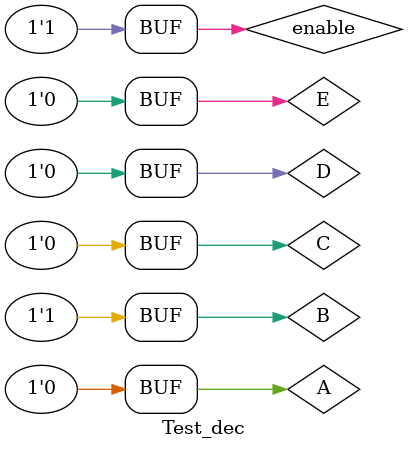
<source format=v>
`timescale 1ns / 1ps


module Test_dec;

	// Inputs
	reg A;
	reg B;
	reg C;
	reg D;
	reg E;
	reg enable;

	// Outputs
	wire [31:0] O;

	// Instantiate the Unit Under Test (UUT)
	FiveToThirtyTwoBitDecoder uut (
		.A(A), 
		.B(B), 
		.C(C), 
		.D(D), 
		.E(E), 
		.enable(enable), 
		.O(O)
	);

	initial begin
		// Initialize Inputs
		A = 0;
		B = 1;
		C = 0;
		D = 0;
		E = 0;
		enable = 1;

		// Wait 100 ns for global reset to finish
		#100;
        
		// Add stimulus here

	end
      
endmodule


</source>
